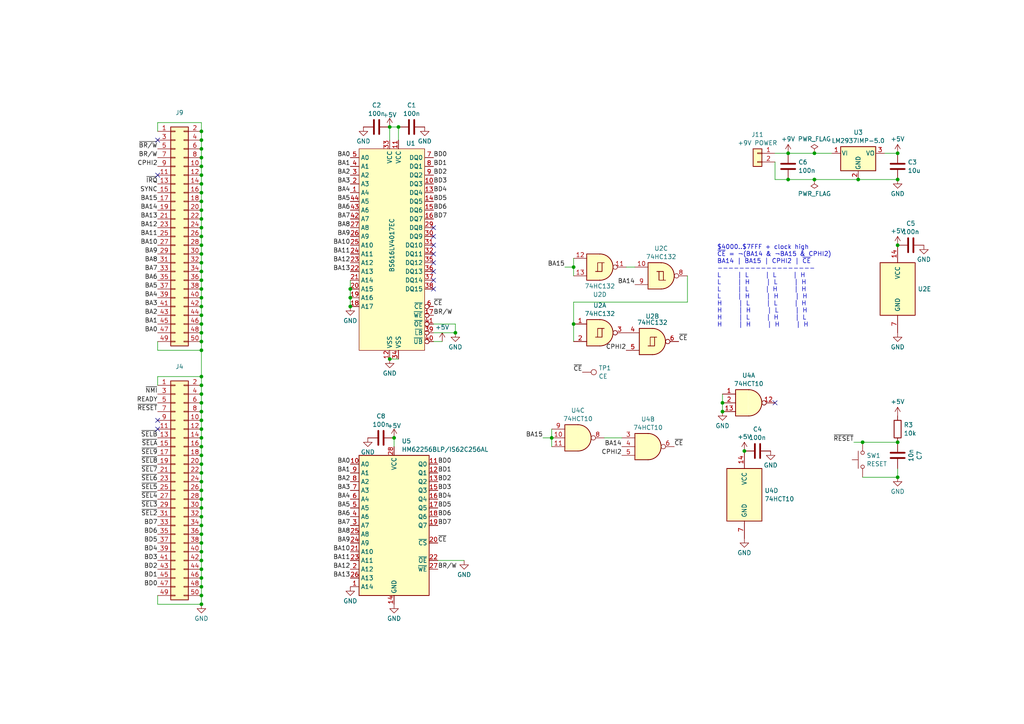
<source format=kicad_sch>
(kicad_sch (version 20230121) (generator eeschema)
  (paper "A4")
  (title_block (title "CBM PET SRAM Expansion") (date "2024-03-06") (rev "3") (company "CCC Basel"))
  (lib_symbols
    (symbol "74xx:74LS10" (pin_names (offset 1.016))
      (property "Reference" "U" (at 0 1.27 0))
      (property "Value" "74LS10" (at 0 -1.27 0))
      (symbol "74LS10_1_1"
        (pin input line (at -7.62 2.54 0) (length 3.81) (name "~") (number "1"))
        (pin output inverted (at 7.62 0 180) (length 3.81) (name "~") (number "12"))
        (pin input line (at -7.62 -2.54 0) (length 3.81) (name "~") (number "13"))
        (pin input line (at -7.62 0 0) (length 3.81) (name "~") (number "2"))
      )
      (symbol "74LS10_1_2"
        (pin input inverted (at -7.62 2.54 0) (length 4.318) (name "~") (number "1"))
        (pin output line (at 7.62 0 180) (length 3.81) (name "~") (number "12"))
        (pin input inverted (at -7.62 -2.54 0) (length 4.318) (name "~") (number "13"))
        (pin input inverted (at -7.62 0 0) (length 4.953) (name "~") (number "2"))
      )
      (symbol "74LS10_2_1"
        (pin input line (at -7.62 2.54 0) (length 3.81) (name "~") (number "3"))
        (pin input line (at -7.62 0 0) (length 3.81) (name "~") (number "4"))
        (pin input line (at -7.62 -2.54 0) (length 3.81) (name "~") (number "5"))
        (pin output inverted (at 7.62 0 180) (length 3.81) (name "~") (number "6"))
      )
      (symbol "74LS10_2_2"
        (pin input inverted (at -7.62 2.54 0) (length 4.318) (name "~") (number "3"))
        (pin input inverted (at -7.62 0 0) (length 4.953) (name "~") (number "4"))
        (pin input inverted (at -7.62 -2.54 0) (length 4.318) (name "~") (number "5"))
        (pin output line (at 7.62 0 180) (length 3.81) (name "~") (number "6"))
      )
      (symbol "74LS10_3_1"
        (pin input line (at -7.62 0 0) (length 3.81) (name "~") (number "10"))
        (pin input line (at -7.62 -2.54 0) (length 3.81) (name "~") (number "11"))
        (pin output inverted (at 7.62 0 180) (length 3.81) (name "~") (number "8"))
        (pin input line (at -7.62 2.54 0) (length 3.81) (name "~") (number "9"))
      )
      (symbol "74LS10_3_2"
        (pin input inverted (at -7.62 0 0) (length 4.953) (name "~") (number "10"))
        (pin input inverted (at -7.62 -2.54 0) (length 4.318) (name "~") (number "11"))
        (pin output line (at 7.62 0 180) (length 3.81) (name "~") (number "8"))
        (pin input inverted (at -7.62 2.54 0) (length 4.318) (name "~") (number "9"))
      )
      (symbol "74LS10_4_0"
        (pin power_in line (at 0 12.7 270) (length 5.08) (name "VCC") (number "14"))
        (pin power_in line (at 0 -12.7 90) (length 5.08) (name "GND") (number "7"))
      )
    )
    (symbol "74xx:74LS132" (pin_names (offset 1.016))
      (property "Reference" "U" (at 0 1.27 0))
      (property "Value" "74LS132" (at 0 -1.27 0))
      (symbol "74LS132_1_1"
        (pin input line (at -7.62 2.54 0) (length 3.81) (name "~") (number "1"))
        (pin input line (at -7.62 -2.54 0) (length 3.81) (name "~") (number "2"))
        (pin output inverted (at 7.62 0 180) (length 3.81) (name "~") (number "3"))
      )
      (symbol "74LS132_1_2"
        (pin input inverted (at -7.62 2.54 0) (length 4.318) (name "~") (number "1"))
        (pin input inverted (at -7.62 -2.54 0) (length 4.318) (name "~") (number "2"))
        (pin output line (at 7.62 0 180) (length 3.81) (name "~") (number "3"))
      )
      (symbol "74LS132_2_1"
        (pin input line (at -7.62 2.54 0) (length 3.81) (name "~") (number "4"))
        (pin input line (at -7.62 -2.54 0) (length 3.81) (name "~") (number "5"))
        (pin output inverted (at 7.62 0 180) (length 3.81) (name "~") (number "6"))
      )
      (symbol "74LS132_2_2"
        (pin input inverted (at -7.62 2.54 0) (length 4.318) (name "~") (number "4"))
        (pin input inverted (at -7.62 -2.54 0) (length 4.318) (name "~") (number "5"))
        (pin output line (at 7.62 0 180) (length 3.81) (name "~") (number "6"))
      )
      (symbol "74LS132_3_1"
        (pin input line (at -7.62 -2.54 0) (length 3.81) (name "~") (number "10"))
        (pin output inverted (at 7.62 0 180) (length 3.81) (name "~") (number "8"))
        (pin input line (at -7.62 2.54 0) (length 3.81) (name "~") (number "9"))
      )
      (symbol "74LS132_3_2"
        (pin input inverted (at -7.62 -2.54 0) (length 4.318) (name "~") (number "10"))
        (pin output line (at 7.62 0 180) (length 3.81) (name "~") (number "8"))
        (pin input inverted (at -7.62 2.54 0) (length 4.318) (name "~") (number "9"))
      )
      (symbol "74LS132_4_1"
        (pin output inverted (at 7.62 0 180) (length 3.81) (name "~") (number "11"))
        (pin input line (at -7.62 2.54 0) (length 3.81) (name "~") (number "12"))
        (pin input line (at -7.62 -2.54 0) (length 3.81) (name "~") (number "13"))
      )
      (symbol "74LS132_4_2"
        (pin output line (at 7.62 0 180) (length 3.81) (name "~") (number "11"))
        (pin input inverted (at -7.62 2.54 0) (length 4.318) (name "~") (number "12"))
        (pin input inverted (at -7.62 -2.54 0) (length 4.318) (name "~") (number "13"))
      )
      (symbol "74LS132_5_0"
        (pin power_in line (at 0 12.7 270) (length 5.08) (name "VCC") (number "14"))
        (pin power_in line (at 0 -12.7 90) (length 5.08) (name "GND") (number "7"))
      )
    )
    (symbol "Connector:TestPoint" (pin_numbers hide) (pin_names (offset 0.762) hide)
      (property "Reference" "TP" (at 0 6.858 0))
      (property "Value" "TestPoint" (at 0 5.08 0))
      (symbol "TestPoint_1_1"
        (pin passive line (at 0 0 90) (length 2.54) (name "1") (number "1"))
      )
    )
    (symbol "Connector_Generic:Conn_01x02" (pin_names (offset 1.016) hide)
      (property "Reference" "J" (at 0 2.54 0))
      (property "Value" "Conn_01x02" (at 0 -5.08 0))
      (symbol "Conn_01x02_1_1"
        (pin passive line (at -5.08 0 0) (length 3.81) (name "Pin_1") (number "1"))
        (pin passive line (at -5.08 -2.54 0) (length 3.81) (name "Pin_2") (number "2"))
      )
    )
    (symbol "Connector_Generic:Conn_02x25_Odd_Even" (pin_names (offset 1.016) hide)
      (property "Reference" "J" (at 1.27 33.02 0))
      (property "Value" "Conn_02x25_Odd_Even" (at 1.27 -33.02 0))
      (symbol "Conn_02x25_Odd_Even_1_1"
        (pin passive line (at -5.08 30.48 0) (length 3.81) (name "Pin_1") (number "1"))
        (pin passive line (at 7.62 20.32 180) (length 3.81) (name "Pin_10") (number "10"))
        (pin passive line (at -5.08 17.78 0) (length 3.81) (name "Pin_11") (number "11"))
        (pin passive line (at 7.62 17.78 180) (length 3.81) (name "Pin_12") (number "12"))
        (pin passive line (at -5.08 15.24 0) (length 3.81) (name "Pin_13") (number "13"))
        (pin passive line (at 7.62 15.24 180) (length 3.81) (name "Pin_14") (number "14"))
        (pin passive line (at -5.08 12.7 0) (length 3.81) (name "Pin_15") (number "15"))
        (pin passive line (at 7.62 12.7 180) (length 3.81) (name "Pin_16") (number "16"))
        (pin passive line (at -5.08 10.16 0) (length 3.81) (name "Pin_17") (number "17"))
        (pin passive line (at 7.62 10.16 180) (length 3.81) (name "Pin_18") (number "18"))
        (pin passive line (at -5.08 7.62 0) (length 3.81) (name "Pin_19") (number "19"))
        (pin passive line (at 7.62 30.48 180) (length 3.81) (name "Pin_2") (number "2"))
        (pin passive line (at 7.62 7.62 180) (length 3.81) (name "Pin_20") (number "20"))
        (pin passive line (at -5.08 5.08 0) (length 3.81) (name "Pin_21") (number "21"))
        (pin passive line (at 7.62 5.08 180) (length 3.81) (name "Pin_22") (number "22"))
        (pin passive line (at -5.08 2.54 0) (length 3.81) (name "Pin_23") (number "23"))
        (pin passive line (at 7.62 2.54 180) (length 3.81) (name "Pin_24") (number "24"))
        (pin passive line (at -5.08 0 0) (length 3.81) (name "Pin_25") (number "25"))
        (pin passive line (at 7.62 0 180) (length 3.81) (name "Pin_26") (number "26"))
        (pin passive line (at -5.08 -2.54 0) (length 3.81) (name "Pin_27") (number "27"))
        (pin passive line (at 7.62 -2.54 180) (length 3.81) (name "Pin_28") (number "28"))
        (pin passive line (at -5.08 -5.08 0) (length 3.81) (name "Pin_29") (number "29"))
        (pin passive line (at -5.08 27.94 0) (length 3.81) (name "Pin_3") (number "3"))
        (pin passive line (at 7.62 -5.08 180) (length 3.81) (name "Pin_30") (number "30"))
        (pin passive line (at -5.08 -7.62 0) (length 3.81) (name "Pin_31") (number "31"))
        (pin passive line (at 7.62 -7.62 180) (length 3.81) (name "Pin_32") (number "32"))
        (pin passive line (at -5.08 -10.16 0) (length 3.81) (name "Pin_33") (number "33"))
        (pin passive line (at 7.62 -10.16 180) (length 3.81) (name "Pin_34") (number "34"))
        (pin passive line (at -5.08 -12.7 0) (length 3.81) (name "Pin_35") (number "35"))
        (pin passive line (at 7.62 -12.7 180) (length 3.81) (name "Pin_36") (number "36"))
        (pin passive line (at -5.08 -15.24 0) (length 3.81) (name "Pin_37") (number "37"))
        (pin passive line (at 7.62 -15.24 180) (length 3.81) (name "Pin_38") (number "38"))
        (pin passive line (at -5.08 -17.78 0) (length 3.81) (name "Pin_39") (number "39"))
        (pin passive line (at 7.62 27.94 180) (length 3.81) (name "Pin_4") (number "4"))
        (pin passive line (at 7.62 -17.78 180) (length 3.81) (name "Pin_40") (number "40"))
        (pin passive line (at -5.08 -20.32 0) (length 3.81) (name "Pin_41") (number "41"))
        (pin passive line (at 7.62 -20.32 180) (length 3.81) (name "Pin_42") (number "42"))
        (pin passive line (at -5.08 -22.86 0) (length 3.81) (name "Pin_43") (number "43"))
        (pin passive line (at 7.62 -22.86 180) (length 3.81) (name "Pin_44") (number "44"))
        (pin passive line (at -5.08 -25.4 0) (length 3.81) (name "Pin_45") (number "45"))
        (pin passive line (at 7.62 -25.4 180) (length 3.81) (name "Pin_46") (number "46"))
        (pin passive line (at -5.08 -27.94 0) (length 3.81) (name "Pin_47") (number "47"))
        (pin passive line (at 7.62 -27.94 180) (length 3.81) (name "Pin_48") (number "48"))
        (pin passive line (at -5.08 -30.48 0) (length 3.81) (name "Pin_49") (number "49"))
        (pin passive line (at -5.08 25.4 0) (length 3.81) (name "Pin_5") (number "5"))
        (pin passive line (at 7.62 -30.48 180) (length 3.81) (name "Pin_50") (number "50"))
        (pin passive line (at 7.62 25.4 180) (length 3.81) (name "Pin_6") (number "6"))
        (pin passive line (at -5.08 22.86 0) (length 3.81) (name "Pin_7") (number "7"))
        (pin passive line (at 7.62 22.86 180) (length 3.81) (name "Pin_8") (number "8"))
        (pin passive line (at -5.08 20.32 0) (length 3.81) (name "Pin_9") (number "9"))
      )
    )
    (symbol "Device:C" (pin_numbers hide) (pin_names (offset 0.254))
      (property "Reference" "C" (at 0.635 2.54 0))
      (property "Value" "C" (at 0.635 -2.54 0))
      (symbol "C_1_1"
        (pin passive line (at 0 3.81 270) (length 2.794) (name "~") (number "1"))
        (pin passive line (at 0 -3.81 90) (length 2.794) (name "~") (number "2"))
      )
    )
    (symbol "Device:R" (pin_numbers hide) (pin_names (offset 0))
      (property "Reference" "R" (at 2.032 0 90))
      (property "Value" "R" (at 0 0 90))
      (symbol "R_1_1"
        (pin passive line (at 0 3.81 270) (length 1.27) (name "~") (number "1"))
        (pin passive line (at 0 -3.81 90) (length 1.27) (name "~") (number "2"))
      )
    )
    (symbol "Memory_RAM:HM62256BLP"
      (property "Reference" "U" (at -10.16 20.955 0))
      (property "Value" "HM62256BLP" (at 2.54 20.955 0))
      (symbol "HM62256BLP_0_0"
        (pin power_in line (at 0 -22.86 90) (length 2.54) (name "GND") (number "14"))
        (pin power_in line (at 0 22.86 270) (length 2.54) (name "VCC") (number "28"))
      )
      (symbol "HM62256BLP_1_1"
        (pin input line (at -12.7 -17.78 0) (length 2.54) (name "A14") (number "1"))
        (pin input line (at -12.7 17.78 0) (length 2.54) (name "A0") (number "10"))
        (pin tri_state line (at 12.7 17.78 180) (length 2.54) (name "Q0") (number "11"))
        (pin tri_state line (at 12.7 15.24 180) (length 2.54) (name "Q1") (number "12"))
        (pin tri_state line (at 12.7 12.7 180) (length 2.54) (name "Q2") (number "13"))
        (pin tri_state line (at 12.7 10.16 180) (length 2.54) (name "Q3") (number "15"))
        (pin tri_state line (at 12.7 7.62 180) (length 2.54) (name "Q4") (number "16"))
        (pin tri_state line (at 12.7 5.08 180) (length 2.54) (name "Q5") (number "17"))
        (pin tri_state line (at 12.7 2.54 180) (length 2.54) (name "Q6") (number "18"))
        (pin tri_state line (at 12.7 0 180) (length 2.54) (name "Q7") (number "19"))
        (pin input line (at -12.7 -12.7 0) (length 2.54) (name "A12") (number "2"))
        (pin input line (at 12.7 -5.08 180) (length 2.54) (name "~{CS}") (number "20"))
        (pin input line (at -12.7 -7.62 0) (length 2.54) (name "A10") (number "21"))
        (pin input line (at 12.7 -10.16 180) (length 2.54) (name "~{OE}") (number "22"))
        (pin input line (at -12.7 -10.16 0) (length 2.54) (name "A11") (number "23"))
        (pin input line (at -12.7 -5.08 0) (length 2.54) (name "A9") (number "24"))
        (pin input line (at -12.7 -2.54 0) (length 2.54) (name "A8") (number "25"))
        (pin input line (at -12.7 -15.24 0) (length 2.54) (name "A13") (number "26"))
        (pin input line (at 12.7 -12.7 180) (length 2.54) (name "~{WE}") (number "27"))
        (pin input line (at -12.7 0 0) (length 2.54) (name "A7") (number "3"))
        (pin input line (at -12.7 2.54 0) (length 2.54) (name "A6") (number "4"))
        (pin input line (at -12.7 5.08 0) (length 2.54) (name "A5") (number "5"))
        (pin input line (at -12.7 7.62 0) (length 2.54) (name "A4") (number "6"))
        (pin input line (at -12.7 10.16 0) (length 2.54) (name "A3") (number "7"))
        (pin input line (at -12.7 12.7 0) (length 2.54) (name "A2") (number "8"))
        (pin input line (at -12.7 15.24 0) (length 2.54) (name "A1") (number "9"))
      )
    )
    (symbol "Regulator_Linear:LM2937xMP" (pin_names (offset 0.254))
      (property "Reference" "U" (at -3.81 3.175 0))
      (property "Value" "LM2937xMP" (at 0 3.175 0))
      (symbol "LM2937xMP_1_1"
        (pin power_in line (at -7.62 0 0) (length 2.54) (name "VI") (number "1"))
        (pin power_in line (at 0 -7.62 90) (length 2.54) (name "GND") (number "2"))
        (pin power_out line (at 7.62 0 180) (length 2.54) (name "VO") (number "3"))
      )
    )
    (symbol "Switch:SW_Push" (pin_numbers hide) (pin_names (offset 1.016) hide)
      (property "Reference" "SW" (at 1.27 2.54 0))
      (property "Value" "SW_Push" (at 0 -1.524 0))
      (symbol "SW_Push_0_1"
        (pin passive line (at -5.08 0 0) (length 2.54) (name "1") (number "1"))
        (pin passive line (at 5.08 0 180) (length 2.54) (name "2") (number "2"))
      )
    )
    (symbol "oni:BS616LV4017EC"
      (property "Reference" "U" (at 5.08 -30.48 0))
      (property "Value" "BS616LV4017EC" (at 0 0 90))
      (symbol "BS616LV4017EC_1_1"
        (pin input line (at -12.7 16.51 0) (length 2.54) (name "A4") (number "1"))
        (pin tri_state line (at 11.43 19.05 180) (length 2.54) (name "DQ3") (number "10"))
        (pin power_in line (at 1.27 31.75 270) (length 2.54) (name "VCC") (number "11"))
        (pin power_in line (at -1.27 -31.75 90) (length 2.54) (name "VSS") (number "12"))
        (pin tri_state line (at 11.43 16.51 180) (length 2.54) (name "DQ4") (number "13"))
        (pin tri_state line (at 11.43 13.97 180) (length 2.54) (name "DQ5") (number "14"))
        (pin tri_state line (at 11.43 11.43 180) (length 2.54) (name "DQ6") (number "15"))
        (pin tri_state line (at 11.43 8.89 180) (length 2.54) (name "DQ7") (number "16"))
        (pin input inverted (at 11.43 -19.05 180) (length 2.54) (name "~{WE}") (number "17"))
        (pin input line (at -12.7 -16.51 0) (length 2.54) (name "A17") (number "18"))
        (pin input line (at -12.7 -13.97 0) (length 2.54) (name "A16") (number "19"))
        (pin input line (at -12.7 19.05 0) (length 2.54) (name "A3") (number "2"))
        (pin input line (at -12.7 -11.43 0) (length 2.54) (name "A15") (number "20"))
        (pin input line (at -12.7 -8.89 0) (length 2.54) (name "A14") (number "21"))
        (pin input line (at -12.7 -6.35 0) (length 2.54) (name "A13") (number "22"))
        (pin input line (at -12.7 -3.81 0) (length 2.54) (name "A12") (number "23"))
        (pin input line (at -12.7 -1.27 0) (length 2.54) (name "A11") (number "24"))
        (pin input line (at -12.7 1.27 0) (length 2.54) (name "A10") (number "25"))
        (pin input line (at -12.7 3.81 0) (length 2.54) (name "A9") (number "26"))
        (pin input line (at -12.7 6.35 0) (length 2.54) (name "A8") (number "27"))
        (pin no_connect line (at -12.7 -26.67 0) (length 2.54) hide (name "NC") (number "28"))
        (pin tri_state line (at 11.43 6.35 180) (length 2.54) (name "DQ8") (number "29"))
        (pin input line (at -12.7 21.59 0) (length 2.54) (name "A2") (number "3"))
        (pin tri_state line (at 11.43 3.81 180) (length 2.54) (name "DQ9") (number "30"))
        (pin tri_state line (at 11.43 1.27 180) (length 2.54) (name "DQ10") (number "31"))
        (pin tri_state line (at 11.43 -1.27 180) (length 2.54) (name "DQ11") (number "32"))
        (pin power_in line (at -1.27 31.75 270) (length 2.54) (name "VCC") (number "33"))
        (pin power_in line (at 1.27 -31.75 90) (length 2.54) (name "VSS") (number "34"))
        (pin tri_state line (at 11.43 -3.81 180) (length 2.54) (name "DQ12") (number "35"))
        (pin tri_state line (at 11.43 -6.35 180) (length 2.54) (name "DQ13") (number "36"))
        (pin tri_state line (at 11.43 -8.89 180) (length 2.54) (name "DQ14") (number "37"))
        (pin tri_state line (at 11.43 -11.43 180) (length 2.54) (name "DQ15") (number "38"))
        (pin input inverted (at 11.43 -24.13 180) (length 2.54) (name "~{LB}") (number "39"))
        (pin input line (at -12.7 24.13 0) (length 2.54) (name "A1") (number "4"))
        (pin input inverted (at 11.43 -26.67 180) (length 2.54) (name "~{UB}") (number "40"))
        (pin input inverted (at 11.43 -21.59 180) (length 2.54) (name "~{OE}") (number "41"))
        (pin input line (at -12.7 8.89 0) (length 2.54) (name "A7") (number "42"))
        (pin input line (at -12.7 11.43 0) (length 2.54) (name "A6") (number "43"))
        (pin input line (at -12.7 13.97 0) (length 2.54) (name "A5") (number "44"))
        (pin input line (at -12.7 26.67 0) (length 2.54) (name "A0") (number "5"))
        (pin input inverted (at 11.43 -16.51 180) (length 2.54) (name "~{CE}") (number "6"))
        (pin tri_state line (at 11.43 26.67 180) (length 2.54) (name "DQ0") (number "7"))
        (pin tri_state line (at 11.43 24.13 180) (length 2.54) (name "DQ1") (number "8"))
        (pin tri_state line (at 11.43 21.59 180) (length 2.54) (name "DQ2") (number "9"))
      )
    )
    (symbol "power:+5V" (power) (pin_names (offset 0))
      (property "Value" "+5V" (at 0 3.556 0))
      (symbol "+5V_1_1"
        (pin power_in line (at 0 0 90) (length 0) hide (name "+5V") (number "1"))
      )
    )
    (symbol "power:+9V" (power) (pin_names (offset 0))
      (property "Value" "+9V" (at 0 3.556 0))
      (symbol "+9V_1_1"
        (pin power_in line (at 0 0 90) (length 0) hide (name "+9V") (number "1"))
      )
    )
    (symbol "power:GND" (power) (pin_names (offset 0))
      (property "Value" "GND" (at 0 -3.81 0))
      (symbol "GND_1_1"
        (pin power_in line (at 0 0 270) (length 0) hide (name "GND") (number "1"))
      )
    )
    (symbol "power:PWR_FLAG" (power) (pin_numbers hide) (pin_names (offset 0) hide)
      (property "Value" "PWR_FLAG" (at 0 3.81 0))
      (symbol "PWR_FLAG_0_0"
        (pin power_out line (at 0 0 90) (length 0) (name "pwr") (number "1"))
      )
    )
  )
  (junction (at 58.42 175.26))
  (junction (at 58.42 63.5))
  (junction (at 58.42 81.28))
  (junction (at 236.22 52.07))
  (junction (at 58.42 88.9))
  (junction (at 58.42 134.62))
  (junction (at 58.42 66.04))
  (junction (at 58.42 157.48))
  (junction (at 58.42 53.34))
  (junction (at 260.35 128.27))
  (junction (at 58.42 40.64))
  (junction (at 58.42 91.44))
  (junction (at 58.42 60.96))
  (junction (at 260.35 52.07))
  (junction (at 209.55 116.84))
  (junction (at 58.42 170.18))
  (junction (at 113.03 104.14))
  (junction (at 58.42 132.08))
  (junction (at 160.02 127))
  (junction (at 101.6 83.82))
  (junction (at 58.42 43.18))
  (junction (at 58.42 96.52))
  (junction (at 101.6 88.9))
  (junction (at 114.3 127))
  (junction (at 166.37 93.98))
  (junction (at 58.42 55.88))
  (junction (at 250.19 128.27))
  (junction (at 58.42 114.3))
  (junction (at 58.42 149.86))
  (junction (at 58.42 71.12))
  (junction (at 58.42 83.82))
  (junction (at 248.92 52.07))
  (junction (at 58.42 121.92))
  (junction (at 132.08 96.52))
  (junction (at 228.6 52.07))
  (junction (at 58.42 101.6))
  (junction (at 58.42 111.76))
  (junction (at 58.42 48.26))
  (junction (at 113.03 36.83))
  (junction (at 58.42 142.24))
  (junction (at 58.42 93.98))
  (junction (at 58.42 68.58))
  (junction (at 260.35 44.45))
  (junction (at 58.42 38.1))
  (junction (at 209.55 119.38))
  (junction (at 115.57 36.83))
  (junction (at 58.42 147.32))
  (junction (at 58.42 167.64))
  (junction (at 166.37 77.47))
  (junction (at 58.42 109.22))
  (junction (at 58.42 172.72))
  (junction (at 58.42 137.16))
  (junction (at 228.6 44.45))
  (junction (at 236.22 44.45))
  (junction (at 58.42 78.74))
  (junction (at 58.42 50.8))
  (junction (at 58.42 144.78))
  (junction (at 58.42 58.42))
  (junction (at 260.35 71.12))
  (junction (at 58.42 129.54))
  (junction (at 58.42 154.94))
  (junction (at 215.9 130.81))
  (junction (at 58.42 124.46))
  (junction (at 58.42 86.36))
  (junction (at 58.42 76.2))
  (junction (at 58.42 99.06))
  (junction (at 260.35 138.43))
  (junction (at 58.42 45.72))
  (junction (at 58.42 152.4))
  (junction (at 58.42 165.1))
  (junction (at 101.6 86.36))
  (junction (at 58.42 73.66))
  (junction (at 58.42 160.02))
  (junction (at 58.42 162.56))
  (junction (at 58.42 119.38))
  (junction (at 58.42 116.84))
  (junction (at 58.42 127))
  (junction (at 58.42 139.7))
  (no_connect (at 125.73 81.28))
  (no_connect (at 125.73 76.2))
  (no_connect (at 125.73 71.12))
  (no_connect (at 45.72 121.92))
  (no_connect (at 45.72 40.64))
  (no_connect (at 125.73 83.82))
  (no_connect (at 45.72 124.46))
  (no_connect (at 45.72 50.8))
  (no_connect (at 125.73 68.58))
  (no_connect (at 125.73 66.04))
  (no_connect (at 224.79 116.84))
  (no_connect (at 125.73 73.66))
  (no_connect (at 125.73 78.74))
  (wire (pts (xy 58.42 93.98) (xy 58.42 96.52)))
  (wire (pts (xy 125.73 96.52) (xy 132.08 96.52)))
  (wire (pts (xy 58.42 101.6) (xy 45.72 101.6)))
  (wire (pts (xy 199.39 87.63) (xy 199.39 80.01)))
  (wire (pts (xy 166.37 87.63) (xy 199.39 87.63)))
  (wire (pts (xy 114.3 127) (xy 114.3 129.54)))
  (wire (pts (xy 58.42 162.56) (xy 58.42 165.1)))
  (wire (pts (xy 175.26 127) (xy 180.34 127)))
  (wire (pts (xy 58.42 144.78) (xy 58.42 147.32)))
  (wire (pts (xy 58.42 175.26) (xy 45.72 175.26)))
  (wire (pts (xy 58.42 124.46) (xy 58.42 127)))
  (wire (pts (xy 58.42 86.36) (xy 58.42 88.9)))
  (wire (pts (xy 58.42 109.22) (xy 45.72 109.22)))
  (wire (pts (xy 58.42 129.54) (xy 58.42 132.08)))
  (wire (pts (xy 58.42 137.16) (xy 58.42 139.7)))
  (wire (pts (xy 228.6 52.07) (xy 236.22 52.07)))
  (wire (pts (xy 58.42 35.56) (xy 45.72 35.56)))
  (wire (pts (xy 58.42 172.72) (xy 58.42 175.26)))
  (wire (pts (xy 160.02 127) (xy 160.02 124.46)))
  (wire (pts (xy 101.6 86.36) (xy 101.6 88.9)))
  (wire (pts (xy 58.42 81.28) (xy 58.42 83.82)))
  (wire (pts (xy 58.42 71.12) (xy 58.42 73.66)))
  (wire (pts (xy 58.42 154.94) (xy 58.42 157.48)))
  (wire (pts (xy 163.83 77.47) (xy 166.37 77.47)))
  (wire (pts (xy 209.55 116.84) (xy 209.55 119.38)))
  (wire (pts (xy 58.42 134.62) (xy 58.42 137.16)))
  (wire (pts (xy 132.08 93.98) (xy 132.08 96.52)))
  (wire (pts (xy 224.79 44.45) (xy 228.6 44.45)))
  (wire (pts (xy 58.42 73.66) (xy 58.42 76.2)))
  (wire (pts (xy 101.6 81.28) (xy 101.6 83.82)))
  (wire (pts (xy 58.42 78.74) (xy 58.42 81.28)))
  (wire (pts (xy 58.42 149.86) (xy 58.42 152.4)))
  (wire (pts (xy 58.42 83.82) (xy 58.42 86.36)))
  (wire (pts (xy 58.42 45.72) (xy 58.42 48.26)))
  (wire (pts (xy 58.42 142.24) (xy 58.42 144.78)))
  (wire (pts (xy 224.79 52.07) (xy 228.6 52.07)))
  (wire (pts (xy 250.19 128.27) (xy 260.35 128.27)))
  (wire (pts (xy 247.65 128.27) (xy 250.19 128.27)))
  (wire (pts (xy 157.48 127) (xy 160.02 127)))
  (wire (pts (xy 101.6 83.82) (xy 101.6 86.36)))
  (wire (pts (xy 58.42 147.32) (xy 58.42 149.86)))
  (wire (pts (xy 58.42 116.84) (xy 58.42 119.38)))
  (wire (pts (xy 45.72 35.56) (xy 45.72 38.1)))
  (wire (pts (xy 58.42 111.76) (xy 58.42 109.22)))
  (wire (pts (xy 181.61 77.47) (xy 184.15 77.47)))
  (wire (pts (xy 58.42 88.9) (xy 58.42 91.44)))
  (wire (pts (xy 45.72 101.6) (xy 45.72 99.06)))
  (wire (pts (xy 58.42 139.7) (xy 58.42 142.24)))
  (wire (pts (xy 166.37 77.47) (xy 166.37 80.01)))
  (wire (pts (xy 58.42 99.06) (xy 58.42 101.6)))
  (wire (pts (xy 127 162.56) (xy 134.62 162.56)))
  (wire (pts (xy 45.72 175.26) (xy 45.72 172.72)))
  (wire (pts (xy 228.6 44.45) (xy 236.22 44.45)))
  (wire (pts (xy 58.42 170.18) (xy 58.42 172.72)))
  (wire (pts (xy 113.03 36.83) (xy 113.03 40.64)))
  (wire (pts (xy 58.42 121.92) (xy 58.42 124.46)))
  (wire (pts (xy 125.73 99.06) (xy 128.27 99.06)))
  (wire (pts (xy 58.42 152.4) (xy 58.42 154.94)))
  (wire (pts (xy 125.73 93.98) (xy 132.08 93.98)))
  (wire (pts (xy 58.42 91.44) (xy 58.42 93.98)))
  (wire (pts (xy 58.42 38.1) (xy 58.42 40.64)))
  (wire (pts (xy 113.03 104.14) (xy 115.57 104.14)))
  (wire (pts (xy 209.55 114.3) (xy 209.55 116.84)))
  (wire (pts (xy 166.37 93.98) (xy 166.37 87.63)))
  (wire (pts (xy 256.54 44.45) (xy 260.35 44.45)))
  (wire (pts (xy 166.37 77.47) (xy 166.37 74.93)))
  (wire (pts (xy 58.42 96.52) (xy 58.42 99.06)))
  (wire (pts (xy 58.42 167.64) (xy 58.42 170.18)))
  (wire (pts (xy 236.22 52.07) (xy 248.92 52.07)))
  (wire (pts (xy 58.42 50.8) (xy 58.42 53.34)))
  (wire (pts (xy 260.35 135.89) (xy 260.35 138.43)))
  (wire (pts (xy 58.42 157.48) (xy 58.42 160.02)))
  (wire (pts (xy 58.42 58.42) (xy 58.42 60.96)))
  (wire (pts (xy 58.42 60.96) (xy 58.42 63.5)))
  (wire (pts (xy 113.03 36.83) (xy 115.57 36.83)))
  (wire (pts (xy 58.42 68.58) (xy 58.42 71.12)))
  (wire (pts (xy 58.42 63.5) (xy 58.42 66.04)))
  (wire (pts (xy 58.42 165.1) (xy 58.42 167.64)))
  (wire (pts (xy 250.19 138.43) (xy 260.35 138.43)))
  (wire (pts (xy 248.92 52.07) (xy 260.35 52.07)))
  (wire (pts (xy 58.42 111.76) (xy 58.42 114.3)))
  (wire (pts (xy 166.37 93.98) (xy 166.37 99.06)))
  (wire (pts (xy 115.57 36.83) (xy 115.57 40.64)))
  (wire (pts (xy 58.42 55.88) (xy 58.42 58.42)))
  (wire (pts (xy 58.42 101.6) (xy 58.42 109.22)))
  (wire (pts (xy 58.42 114.3) (xy 58.42 116.84)))
  (wire (pts (xy 58.42 132.08) (xy 58.42 134.62)))
  (wire (pts (xy 58.42 66.04) (xy 58.42 68.58)))
  (wire (pts (xy 58.42 119.38) (xy 58.42 121.92)))
  (wire (pts (xy 58.42 38.1) (xy 58.42 35.56)))
  (wire (pts (xy 58.42 53.34) (xy 58.42 55.88)))
  (wire (pts (xy 58.42 76.2) (xy 58.42 78.74)))
  (wire (pts (xy 58.42 160.02) (xy 58.42 162.56)))
  (wire (pts (xy 58.42 48.26) (xy 58.42 50.8)))
  (wire (pts (xy 45.72 109.22) (xy 45.72 111.76)))
  (wire (pts (xy 58.42 40.64) (xy 58.42 43.18)))
  (wire (pts (xy 236.22 44.45) (xy 241.3 44.45)))
  (wire (pts (xy 224.79 52.07) (xy 224.79 46.99)))
  (wire (pts (xy 58.42 43.18) (xy 58.42 45.72)))
  (wire (pts (xy 160.02 127) (xy 160.02 129.54)))
  (wire (pts (xy 58.42 127) (xy 58.42 129.54)))
  (text_box "$4000..$7FFF + clock high\n~{CE} = ¬(BA14 & ¬BA15 & CPHI2)\nBA14 | BA15 | CPHI2 | ~{CE}\n------------------\nL     | L     | L     | H\nL     | H     | L     | H\nL     | L     | H     | H\nL     | H     | H     | H\nH     | L     | L     | H\nH     | H     | L     | H\nH     | L     | H     | L\nH     | H     | H     | H" (at 207.01 69.85 0) (size 35.56 26.67) (stroke (width -0.0001)) (effects (font (size 1.27 1.27)) (justify left top)))
  (label "BA10" (at 101.6 71.12 180))
  (label "~{SEL4}" (at 45.72 144.78 180))
  (label "BA3" (at 101.6 53.34 180))
  (label "BA15" (at 157.48 127 180))
  (label "BA10" (at 45.72 71.12 180))
  (label "~{RESET}" (at 247.65 128.27 180))
  (label "BA3" (at 45.72 88.9 180))
  (label "BD7" (at 127 152.4 0))
  (label "BD5" (at 125.73 58.42 0))
  (label "~{RESET}" (at 45.72 119.38 180))
  (label "BA9" (at 45.72 73.66 180))
  (label "BA12" (at 101.6 76.2 180))
  (label "~{CE}" (at 127 157.48 0))
  (label "BA14" (at 180.34 129.54 180))
  (label "BD7" (at 45.72 152.4 180))
  (label "BA8" (at 45.72 76.2 180))
  (label "~{IRQ}" (at 45.72 53.34 180))
  (label "BA13" (at 101.6 78.74 180))
  (label "BA0" (at 45.72 96.52 180))
  (label "BD6" (at 125.73 60.96 0))
  (label "CPHI2" (at 180.34 132.08 180))
  (label "BA12" (at 45.72 66.04 180))
  (label "BD0" (at 45.72 170.18 180))
  (label "SYNC" (at 45.72 55.88 180))
  (label "BD3" (at 127 142.24 0))
  (label "BA13" (at 45.72 63.5 180))
  (label "BA2" (at 101.6 139.7 180))
  (label "BA9" (at 101.6 157.48 180))
  (label "BA15" (at 163.83 77.47 180))
  (label "BA11" (at 101.6 162.56 180))
  (label "BR{slash}W" (at 45.72 45.72 180))
  (label "BD1" (at 125.73 48.26 0))
  (label "BA11" (at 45.72 68.58 180))
  (label "BA3" (at 101.6 142.24 180))
  (label "BA15" (at 45.72 58.42 180))
  (label "BA5" (at 101.6 58.42 180))
  (label "BA6" (at 45.72 81.28 180))
  (label "BA12" (at 101.6 165.1 180))
  (label "BA8" (at 101.6 154.94 180))
  (label "~{SEL9}" (at 45.72 132.08 180))
  (label "BA4" (at 101.6 55.88 180))
  (label "~{CE}" (at 125.73 88.9 0))
  (label "~{SELB}" (at 45.72 127 180))
  (label "BD4" (at 127 144.78 0))
  (label "BD3" (at 125.73 53.34 0))
  (label "BA6" (at 101.6 60.96 180))
  (label "BD2" (at 127 139.7 0))
  (label "~{SEL3}" (at 45.72 147.32 180))
  (label "BA4" (at 45.72 86.36 180))
  (label "BD5" (at 127 147.32 0))
  (label "~{BR{slash}W}" (at 45.72 43.18 180))
  (label "~{SEL8}" (at 45.72 134.62 180))
  (label "BD6" (at 45.72 154.94 180))
  (label "BR{slash}W" (at 127 165.1 0))
  (label "BD2" (at 45.72 165.1 180))
  (label "BD1" (at 127 137.16 0))
  (label "CPHI2" (at 45.72 48.26 180))
  (label "~{CE}" (at 195.58 129.54 0))
  (label "BA10" (at 101.6 160.02 180))
  (label "BD4" (at 125.73 55.88 0))
  (label "BR{slash}W" (at 125.73 91.44 0))
  (label "~{NMI}" (at 45.72 114.3 180))
  (label "BD3" (at 45.72 162.56 180))
  (label "BA11" (at 101.6 73.66 180))
  (label "BA14" (at 45.72 60.96 180))
  (label "BA1" (at 101.6 137.16 180))
  (label "READY" (at 45.72 116.84 180))
  (label "~{SEL2}" (at 45.72 149.86 180))
  (label "~{CE}" (at 168.91 107.95 180))
  (label "BA7" (at 101.6 152.4 180))
  (label "BA9" (at 101.6 68.58 180))
  (label "BA2" (at 45.72 91.44 180))
  (label "CPHI2" (at 181.61 101.6 180))
  (label "BD7" (at 125.73 63.5 0))
  (label "BA7" (at 101.6 63.5 180))
  (label "BA5" (at 45.72 83.82 180))
  (label "BD5" (at 45.72 157.48 180))
  (label "BA0" (at 101.6 45.72 180))
  (label "BD4" (at 45.72 160.02 180))
  (label "BA4" (at 101.6 144.78 180))
  (label "BA6" (at 101.6 149.86 180))
  (label "BA14" (at 184.15 82.55 180))
  (label "BA0" (at 101.6 134.62 180))
  (label "~{SEL7}" (at 45.72 137.16 180))
  (label "BA1" (at 45.72 93.98 180))
  (label "BD0" (at 127 134.62 0))
  (label "BA5" (at 101.6 147.32 180))
  (label "BA13" (at 101.6 167.64 180))
  (label "~{SEL5}" (at 45.72 142.24 180))
  (label "~{SEL6}" (at 45.72 139.7 180))
  (label "BA1" (at 101.6 48.26 180))
  (label "BD1" (at 45.72 167.64 180))
  (label "BA2" (at 101.6 50.8 180))
  (label "BA7" (at 45.72 78.74 180))
  (label "BD0" (at 125.73 45.72 0))
  (label "BA8" (at 101.6 66.04 180))
  (label "~{SELA}" (at 45.72 129.54 180))
  (label "BD6" (at 127 149.86 0))
  (label "BD2" (at 125.73 50.8 0))
  (label "~{CE}" (at 196.85 99.06 0))
  (symbol (lib_id "74xx:74LS10") (at 215.9 143.51 0) (unit 4)
    (property "Reference" "U4" (at 221.742 142.2979 0) (effects (justify left)))
    (property "Value" "74HCT10" (at 221.742 144.7221 0) (effects (justify left)))
    (property "Footprint" "Package_SO:SOIC-14_3.9x8.7mm_P1.27mm" (effects hide))
    (property "Datasheet" "http://www.ti.com/lit/gpn/sn74LS10" (effects hide))
  )
  (symbol (lib_id "power:GND") (at 260.35 96.52 0) (unit 1)
    (property "Reference" "#PWR016" (effects hide))
    (property "Value" "GND" (at 260.35 100.6531 0))
  )
  (symbol (lib_id "power:GND") (at 260.35 138.43 0) (unit 1)
    (property "Reference" "#PWR021" (effects hide))
    (property "Value" "GND" (at 260.35 142.5631 0))
  )
  (symbol (lib_id "74xx:74LS132") (at 173.99 77.47 0) (unit 4)
    (property "Reference" "U2" (at 173.9817 85.4243 0))
    (property "Value" "74HC132" (at 173.9817 83.0001 0))
    (property "Footprint" "Package_SO:SOIC-14_3.9x8.7mm_P1.27mm" (effects hide))
    (property "Datasheet" "http://www.ti.com/lit/gpn/sn74LS132" (effects hide))
  )
  (symbol (lib_id "Connector_Generic:Conn_01x02") (at 219.71 44.45 0) (mirror y) (unit 1)
    (property "Reference" "J11" (at 219.71 39.0357 0))
    (property "Value" "+9V POWER" (at 219.71 41.4599 0))
    (property "Footprint" "Connector_PinHeader_2.54mm:PinHeader_1x02_P2.54mm_Horizontal" (effects hide))
  )
  (symbol (lib_id "power:GND") (at 101.6 170.18 0) (unit 1)
    (property "Reference" "#PWR012" (effects hide))
    (property "Value" "GND" (at 101.6 174.3131 0))
  )
  (symbol (lib_id "power:GND") (at 58.42 175.26 0) (unit 1)
    (property "Reference" "#PWR07" (effects hide))
    (property "Value" "GND" (at 58.42 179.3931 0))
  )
  (symbol (lib_id "Device:C") (at 264.16 71.12 90) (unit 1)
    (property "Reference" "C5" (at 264.16 64.8167 90))
    (property "Value" "100n" (at 264.16 67.2409 90))
    (property "Footprint" "Capacitor_SMD:C_0805_2012Metric" (effects hide))
  )
  (symbol (lib_id "power:GND") (at 114.3 175.26 0) (unit 1)
    (property "Reference" "#PWR09" (effects hide))
    (property "Value" "GND" (at 114.3 179.3931 0))
  )
  (symbol (lib_id "power:+5V") (at 113.03 36.83 0) (unit 1)
    (property "Reference" "#PWR04" (effects hide))
    (property "Value" "+5V" (at 113.03 33.3319 0))
  )
  (symbol (lib_id "Device:C") (at 260.35 132.08 0) (unit 1)
    (property "Reference" "C7" (at 266.6533 132.08 90))
    (property "Value" "10n" (at 264.2291 132.08 90))
    (property "Footprint" "Capacitor_SMD:C_0805_2012Metric" (effects hide))
  )
  (symbol (lib_id "74xx:74LS10") (at 217.17 116.84 0) (unit 1)
    (property "Reference" "U4" (at 217.1617 108.8857 0))
    (property "Value" "74HCT10" (at 217.1617 111.3099 0))
    (property "Footprint" "Package_SO:SOIC-14_3.9x8.7mm_P1.27mm" (effects hide))
    (property "Datasheet" "http://www.ti.com/lit/gpn/sn74LS10" (effects hide))
  )
  (symbol (lib_id "Connector:TestPoint") (at 168.91 107.95 270) (unit 1)
    (property "Reference" "TP1" (at 173.609 106.7379 90) (effects (justify left)))
    (property "Value" "CE" (at 173.609 109.1621 90) (effects (justify left)))
    (property "Footprint" "TestPoint:TestPoint_Pad_D1.0mm" (effects hide))
  )
  (symbol (lib_id "power:GND") (at 105.41 36.83 0) (unit 1)
    (property "Reference" "#PWR06" (effects hide))
    (property "Value" "GND" (at 105.41 40.9631 0))
  )
  (symbol (lib_id "power:GND") (at 132.08 96.52 0) (unit 1)
    (property "Reference" "#PWR013" (effects hide))
    (property "Value" "GND" (at 132.08 100.6531 0))
  )
  (symbol (lib_id "Connector_Generic:Conn_02x25_Odd_Even") (at 50.8 68.58 0) (unit 1)
    (property "Reference" "J9" (at 52.07 32.6857 0))
    (property "Value" "J9" (effects hide))
    (property "Footprint" "Connector_PinSocket_2.54mm:PinSocket_2x25_P2.54mm_Vertical" (effects hide))
  )
  (symbol (lib_id "Device:C") (at 228.6 48.26 180) (unit 1)
    (property "Reference" "C6" (at 231.521 47.0479 0) (effects (justify right)))
    (property "Value" "100n" (at 231.521 49.4721 0) (effects (justify right)))
    (property "Footprint" "Capacitor_SMD:C_0805_2012Metric" (effects hide))
  )
  (symbol (lib_id "74xx:74LS10") (at 187.96 129.54 0) (unit 2)
    (property "Reference" "U4" (at 187.9517 121.5857 0))
    (property "Value" "74HCT10" (at 187.9517 124.0099 0))
    (property "Footprint" "Package_SO:SOIC-14_3.9x8.7mm_P1.27mm" (effects hide))
    (property "Datasheet" "http://www.ti.com/lit/gpn/sn74LS10" (effects hide))
  )
  (symbol (lib_id "power:PWR_FLAG") (at 236.22 52.07 180) (unit 1)
    (property "Reference" "#FLG01" (effects hide))
    (property "Value" "PWR_FLAG" (at 236.22 56.2031 0))
  )
  (symbol (lib_id "74xx:74LS10") (at 167.64 127 0) (unit 3)
    (property "Reference" "U4" (at 167.6317 119.0457 0))
    (property "Value" "74HCT10" (at 167.6317 121.4699 0))
    (property "Footprint" "Package_SO:SOIC-14_3.9x8.7mm_P1.27mm" (effects hide))
    (property "Datasheet" "http://www.ti.com/lit/gpn/sn74LS10" (effects hide))
  )
  (symbol (lib_id "power:+5V") (at 114.3 127 0) (unit 1)
    (property "Reference" "#PWR011" (effects hide))
    (property "Value" "+5V" (at 114.3 123.5019 0))
  )
  (symbol (lib_id "74xx:74LS132") (at 260.35 83.82 0) (unit 5)
    (property "Reference" "U2" (at 266.192 83.82 0) (effects (justify left)))
    (property "Value" "74HC132" (effects hide))
    (property "Footprint" "Package_SO:SOIC-14_3.9x8.7mm_P1.27mm" (effects hide))
    (property "Datasheet" "http://www.ti.com/lit/gpn/sn74LS132" (effects hide))
  )
  (symbol (lib_id "power:+5V") (at 215.9 130.81 0) (unit 1)
    (property "Reference" "#PWR08" (effects hide))
    (property "Value" "+5V" (at 215.9 126.6769 0))
  )
  (symbol (lib_id "Switch:SW_Push") (at 250.19 133.35 90) (unit 1)
    (property "Reference" "SW1" (at 251.333 132.1379 90) (effects (justify right)))
    (property "Value" "RESET" (at 251.333 134.5621 90) (effects (justify right)))
    (property "Footprint" "Connector_PinHeader_2.54mm:PinHeader_1x02_P2.54mm_Horizontal" (effects hide))
  )
  (symbol (lib_id "power:+5V") (at 260.35 120.65 0) (unit 1)
    (property "Reference" "#PWR022" (effects hide))
    (property "Value" "+5V" (at 260.35 116.5169 0))
  )
  (symbol (lib_id "power:GND") (at 223.52 130.81 0) (unit 1)
    (property "Reference" "#PWR020" (effects hide))
    (property "Value" "GND" (at 223.52 134.9431 0))
  )
  (symbol (lib_id "power:+5V") (at 260.35 71.12 0) (unit 1)
    (property "Reference" "#PWR017" (effects hide))
    (property "Value" "+5V" (at 260.35 66.9869 0))
  )
  (symbol (lib_id "power:GND") (at 267.97 71.12 0) (unit 1)
    (property "Reference" "#PWR018" (effects hide))
    (property "Value" "GND" (at 267.97 75.2531 0))
  )
  (symbol (lib_id "Device:C") (at 219.71 130.81 90) (unit 1)
    (property "Reference" "C4" (at 219.71 124.5067 90))
    (property "Value" "100n" (at 219.71 126.9309 90))
    (property "Footprint" "Capacitor_SMD:C_0805_2012Metric" (effects hide))
  )
  (symbol (lib_id "74xx:74LS132") (at 189.23 99.06 0) (unit 2)
    (property "Reference" "U2" (at 189.2217 91.7407 0))
    (property "Value" "74HC132" (at 189.2217 93.5299 0))
    (property "Footprint" "Package_SO:SOIC-14_3.9x8.7mm_P1.27mm" (effects hide))
    (property "Datasheet" "http://www.ti.com/lit/gpn/sn74LS132" (effects hide))
  )
  (symbol (lib_id "Device:C") (at 109.22 36.83 90) (unit 1)
    (property "Reference" "C2" (at 109.22 30.5267 90))
    (property "Value" "100n" (at 109.22 32.9509 90))
    (property "Footprint" "Capacitor_SMD:C_0805_2012Metric" (effects hide))
  )
  (symbol (lib_id "power:GND") (at 106.68 127 0) (unit 1)
    (property "Reference" "#PWR010" (effects hide))
    (property "Value" "GND" (at 106.68 131.1331 0))
  )
  (symbol (lib_id "power:+5V") (at 128.27 99.06 0) (unit 1)
    (property "Reference" "#PWR014" (effects hide))
    (property "Value" "+5V" (at 128.27 94.9269 0))
  )
  (symbol (lib_id "power:GND") (at 215.9 156.21 0) (unit 1)
    (property "Reference" "#PWR023" (effects hide))
    (property "Value" "GND" (at 215.9 160.3431 0))
  )
  (symbol (lib_id "74xx:74LS132") (at 191.77 80.01 0) (mirror x) (unit 3)
    (property "Reference" "U2" (at 191.7617 72.0557 0))
    (property "Value" "74HC132" (at 191.7617 74.4799 0))
    (property "Footprint" "Package_SO:SOIC-14_3.9x8.7mm_P1.27mm" (effects hide))
    (property "Datasheet" "http://www.ti.com/lit/gpn/sn74LS132" (effects hide))
  )
  (symbol (lib_id "power:GND") (at 134.62 162.56 0) (unit 1)
    (property "Reference" "#PWR025" (effects hide))
    (property "Value" "GND" (at 134.62 166.6931 0))
  )
  (symbol (lib_id "Device:C") (at 119.38 36.83 90) (unit 1)
    (property "Reference" "C1" (at 119.38 30.5267 90))
    (property "Value" "100n" (at 119.38 32.9509 90))
    (property "Footprint" "Capacitor_SMD:C_0805_2012Metric" (effects hide))
  )
  (symbol (lib_id "74xx:74LS132") (at 173.99 96.52 0) (unit 1)
    (property "Reference" "U2" (at 173.9817 88.5657 0))
    (property "Value" "74HC132" (at 173.9817 90.9899 0))
    (property "Footprint" "Package_SO:SOIC-14_3.9x8.7mm_P1.27mm" (effects hide))
    (property "Datasheet" "http://www.ti.com/lit/gpn/sn74LS132" (effects hide))
  )
  (symbol (lib_id "power:GND") (at 101.6 88.9 0) (unit 1)
    (property "Reference" "#PWR015" (effects hide))
    (property "Value" "GND" (at 101.6 93.0331 0))
  )
  (symbol (lib_id "oni:BS616LV4017EC") (at 114.3 72.39 0) (unit 1)
    (property "Reference" "U1" (at 117.7641 41.5869 0) (effects (justify left)))
    (property "Value" "BS616LV4017EC" (at 113.665 71.12 90))
    (property "Footprint" "Package_SO:TSOP-II-44_10.16x18.41mm_P0.8mm" (effects hide))
    (property "Datasheet" "https://www.farnell.com/datasheets/4474.pdf" (effects hide))
  )
  (symbol (lib_id "power:PWR_FLAG") (at 236.22 44.45 0) (unit 1)
    (property "Reference" "#FLG02" (effects hide))
    (property "Value" "PWR_FLAG" (at 236.22 40.3169 0))
  )
  (symbol (lib_id "Device:C") (at 260.35 48.26 180) (unit 1)
    (property "Reference" "C3" (at 263.271 47.0479 0) (effects (justify right)))
    (property "Value" "10u" (at 263.271 49.4721 0) (effects (justify right)))
    (property "Footprint" "Capacitor_SMD:C_0805_2012Metric" (effects hide))
  )
  (symbol (lib_id "power:GND") (at 113.03 104.14 0) (unit 1)
    (property "Reference" "#PWR03" (effects hide))
    (property "Value" "GND" (at 113.03 108.2731 0))
  )
  (symbol (lib_id "Connector_Generic:Conn_02x25_Odd_Even") (at 50.8 142.24 0) (unit 1)
    (property "Reference" "J4" (at 52.07 106.3457 0))
    (property "Value" "J4" (effects hide))
    (property "Footprint" "Connector_PinSocket_2.54mm:PinSocket_2x25_P2.54mm_Vertical" (effects hide))
  )
  (symbol (lib_id "power:+9V") (at 228.6 44.45 0) (unit 1)
    (property "Reference" "#PWR019" (effects hide))
    (property "Value" "+9V" (at 228.6 40.3169 0))
  )
  (symbol (lib_id "power:GND") (at 209.55 119.38 0) (unit 1)
    (property "Reference" "#PWR024" (effects hide))
    (property "Value" "GND" (at 209.55 123.5131 0))
  )
  (symbol (lib_id "power:GND") (at 260.35 52.07 0) (unit 1)
    (property "Reference" "#PWR02" (effects hide))
    (property "Value" "GND" (at 260.35 56.2031 0))
  )
  (symbol (lib_id "Regulator_Linear:LM2937xMP") (at 248.92 44.45 0) (unit 1)
    (property "Reference" "U3" (at 248.92 38.4007 0))
    (property "Value" "LM2937IMP-5.0" (at 248.92 40.8249 0))
    (property "Footprint" "Package_TO_SOT_SMD:SOT-223-3_TabPin2" (effects hide))
    (property "Datasheet" "http://www.ti.com/lit/ds/symlink/lm2937.pdf" (effects hide))
  )
  (symbol (lib_id "power:+5V") (at 260.35 44.45 0) (unit 1)
    (property "Reference" "#PWR01" (effects hide))
    (property "Value" "+5V" (at 260.35 40.3169 0))
  )
  (symbol (lib_id "Memory_RAM:HM62256BLP") (at 114.3 152.4 0) (unit 1)
    (property "Reference" "U5" (at 116.4941 127.9357 0) (effects (justify left)))
    (property "Value" "HM62256BLP/IS62C256AL" (at 116.4941 130.3599 0) (effects (justify left)))
    (property "Footprint" "Package_SO:SOIC-28W_7.5x18.7mm_P1.27mm" (effects hide))
    (property "Datasheet" "https://web.mit.edu/6.115/www/document/62256.pdf" (effects hide))
  )
  (symbol (lib_id "Device:R") (at 260.35 124.46 180) (unit 1)
    (property "Reference" "R3" (at 262.128 123.2479 0) (effects (justify right)))
    (property "Value" "10k" (at 262.128 125.6721 0) (effects (justify right)))
    (property "Footprint" "Resistor_SMD:R_0805_2012Metric" (effects hide))
  )
  (symbol (lib_id "Device:C") (at 110.49 127 90) (unit 1)
    (property "Reference" "C8" (at 110.49 120.6967 90))
    (property "Value" "100n" (at 110.49 123.1209 90))
    (property "Footprint" "Capacitor_SMD:C_0805_2012Metric" (effects hide))
  )
  (symbol (lib_id "power:GND") (at 123.19 36.83 0) (unit 1)
    (property "Reference" "#PWR05" (effects hide))
    (property "Value" "GND" (at 123.19 40.9631 0))
  )
)
</source>
